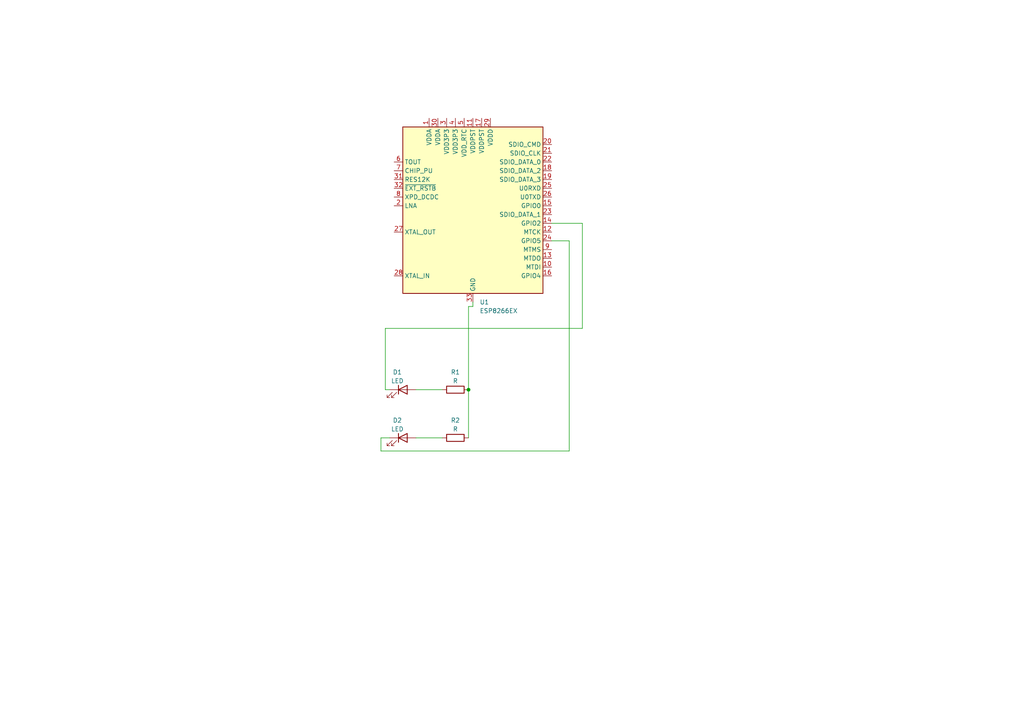
<source format=kicad_sch>
(kicad_sch (version 20230121) (generator eeschema)

  (uuid c521d4c0-1461-4fd1-97d6-fd7c191c9697)

  (paper "A4")

  (lib_symbols
    (symbol "Device:LED" (pin_numbers hide) (pin_names (offset 1.016) hide) (in_bom yes) (on_board yes)
      (property "Reference" "D" (at 0 2.54 0)
        (effects (font (size 1.27 1.27)))
      )
      (property "Value" "LED" (at 0 -2.54 0)
        (effects (font (size 1.27 1.27)))
      )
      (property "Footprint" "" (at 0 0 0)
        (effects (font (size 1.27 1.27)) hide)
      )
      (property "Datasheet" "~" (at 0 0 0)
        (effects (font (size 1.27 1.27)) hide)
      )
      (property "ki_keywords" "LED diode" (at 0 0 0)
        (effects (font (size 1.27 1.27)) hide)
      )
      (property "ki_description" "Light emitting diode" (at 0 0 0)
        (effects (font (size 1.27 1.27)) hide)
      )
      (property "ki_fp_filters" "LED* LED_SMD:* LED_THT:*" (at 0 0 0)
        (effects (font (size 1.27 1.27)) hide)
      )
      (symbol "LED_0_1"
        (polyline
          (pts
            (xy -1.27 -1.27)
            (xy -1.27 1.27)
          )
          (stroke (width 0.254) (type default))
          (fill (type none))
        )
        (polyline
          (pts
            (xy -1.27 0)
            (xy 1.27 0)
          )
          (stroke (width 0) (type default))
          (fill (type none))
        )
        (polyline
          (pts
            (xy 1.27 -1.27)
            (xy 1.27 1.27)
            (xy -1.27 0)
            (xy 1.27 -1.27)
          )
          (stroke (width 0.254) (type default))
          (fill (type none))
        )
        (polyline
          (pts
            (xy -3.048 -0.762)
            (xy -4.572 -2.286)
            (xy -3.81 -2.286)
            (xy -4.572 -2.286)
            (xy -4.572 -1.524)
          )
          (stroke (width 0) (type default))
          (fill (type none))
        )
        (polyline
          (pts
            (xy -1.778 -0.762)
            (xy -3.302 -2.286)
            (xy -2.54 -2.286)
            (xy -3.302 -2.286)
            (xy -3.302 -1.524)
          )
          (stroke (width 0) (type default))
          (fill (type none))
        )
      )
      (symbol "LED_1_1"
        (pin passive line (at -3.81 0 0) (length 2.54)
          (name "K" (effects (font (size 1.27 1.27))))
          (number "1" (effects (font (size 1.27 1.27))))
        )
        (pin passive line (at 3.81 0 180) (length 2.54)
          (name "A" (effects (font (size 1.27 1.27))))
          (number "2" (effects (font (size 1.27 1.27))))
        )
      )
    )
    (symbol "Device:R" (pin_numbers hide) (pin_names (offset 0)) (in_bom yes) (on_board yes)
      (property "Reference" "R" (at 2.032 0 90)
        (effects (font (size 1.27 1.27)))
      )
      (property "Value" "R" (at 0 0 90)
        (effects (font (size 1.27 1.27)))
      )
      (property "Footprint" "" (at -1.778 0 90)
        (effects (font (size 1.27 1.27)) hide)
      )
      (property "Datasheet" "~" (at 0 0 0)
        (effects (font (size 1.27 1.27)) hide)
      )
      (property "ki_keywords" "R res resistor" (at 0 0 0)
        (effects (font (size 1.27 1.27)) hide)
      )
      (property "ki_description" "Resistor" (at 0 0 0)
        (effects (font (size 1.27 1.27)) hide)
      )
      (property "ki_fp_filters" "R_*" (at 0 0 0)
        (effects (font (size 1.27 1.27)) hide)
      )
      (symbol "R_0_1"
        (rectangle (start -1.016 -2.54) (end 1.016 2.54)
          (stroke (width 0.254) (type default))
          (fill (type none))
        )
      )
      (symbol "R_1_1"
        (pin passive line (at 0 3.81 270) (length 1.27)
          (name "~" (effects (font (size 1.27 1.27))))
          (number "1" (effects (font (size 1.27 1.27))))
        )
        (pin passive line (at 0 -3.81 90) (length 1.27)
          (name "~" (effects (font (size 1.27 1.27))))
          (number "2" (effects (font (size 1.27 1.27))))
        )
      )
    )
    (symbol "MCU_Espressif:ESP8266EX" (in_bom yes) (on_board yes)
      (property "Reference" "U" (at 0 2.54 0)
        (effects (font (size 1.27 1.27)))
      )
      (property "Value" "ESP8266EX" (at 0 -2.54 0)
        (effects (font (size 1.27 1.27)))
      )
      (property "Footprint" "Package_DFN_QFN:QFN-32-1EP_5x5mm_P0.5mm_EP3.45x3.45mm" (at 0 -33.02 0)
        (effects (font (size 1.27 1.27)) hide)
      )
      (property "Datasheet" "http://espressif.com/sites/default/files/documentation/0a-esp8266ex_datasheet_en.pdf" (at 2.54 -33.02 0)
        (effects (font (size 1.27 1.27)) hide)
      )
      (property "ki_keywords" "wifi soc" (at 0 0 0)
        (effects (font (size 1.27 1.27)) hide)
      )
      (property "ki_description" "Highly integrated Wi-Fi SoC, QFN-32" (at 0 0 0)
        (effects (font (size 1.27 1.27)) hide)
      )
      (property "ki_fp_filters" "QFN*1EP*5x5mm*P0.5mm*" (at 0 0 0)
        (effects (font (size 1.27 1.27)) hide)
      )
      (symbol "ESP8266EX_0_1"
        (rectangle (start -20.32 22.86) (end 20.32 -25.4)
          (stroke (width 0.254) (type default))
          (fill (type background))
        )
      )
      (symbol "ESP8266EX_1_1"
        (pin power_in line (at -12.7 25.4 270) (length 2.54)
          (name "VDDA" (effects (font (size 1.27 1.27))))
          (number "1" (effects (font (size 1.27 1.27))))
        )
        (pin bidirectional line (at 22.86 -17.78 180) (length 2.54)
          (name "MTDI" (effects (font (size 1.27 1.27))))
          (number "10" (effects (font (size 1.27 1.27))))
        )
        (pin power_in line (at 0 25.4 270) (length 2.54)
          (name "VDDPST" (effects (font (size 1.27 1.27))))
          (number "11" (effects (font (size 1.27 1.27))))
        )
        (pin bidirectional line (at 22.86 -7.62 180) (length 2.54)
          (name "MTCK" (effects (font (size 1.27 1.27))))
          (number "12" (effects (font (size 1.27 1.27))))
        )
        (pin bidirectional line (at 22.86 -15.24 180) (length 2.54)
          (name "MTDO" (effects (font (size 1.27 1.27))))
          (number "13" (effects (font (size 1.27 1.27))))
        )
        (pin bidirectional line (at 22.86 -5.08 180) (length 2.54)
          (name "GPIO2" (effects (font (size 1.27 1.27))))
          (number "14" (effects (font (size 1.27 1.27))))
        )
        (pin bidirectional line (at 22.86 0 180) (length 2.54)
          (name "GPIO0" (effects (font (size 1.27 1.27))))
          (number "15" (effects (font (size 1.27 1.27))))
        )
        (pin bidirectional line (at 22.86 -20.32 180) (length 2.54)
          (name "GPIO4" (effects (font (size 1.27 1.27))))
          (number "16" (effects (font (size 1.27 1.27))))
        )
        (pin power_in line (at 2.54 25.4 270) (length 2.54)
          (name "VDDPST" (effects (font (size 1.27 1.27))))
          (number "17" (effects (font (size 1.27 1.27))))
        )
        (pin bidirectional line (at 22.86 10.16 180) (length 2.54)
          (name "SDIO_DATA_2" (effects (font (size 1.27 1.27))))
          (number "18" (effects (font (size 1.27 1.27))))
        )
        (pin bidirectional line (at 22.86 7.62 180) (length 2.54)
          (name "SDIO_DATA_3" (effects (font (size 1.27 1.27))))
          (number "19" (effects (font (size 1.27 1.27))))
        )
        (pin bidirectional line (at -22.86 0 0) (length 2.54)
          (name "LNA" (effects (font (size 1.27 1.27))))
          (number "2" (effects (font (size 1.27 1.27))))
        )
        (pin bidirectional line (at 22.86 17.78 180) (length 2.54)
          (name "SDIO_CMD" (effects (font (size 1.27 1.27))))
          (number "20" (effects (font (size 1.27 1.27))))
        )
        (pin bidirectional line (at 22.86 15.24 180) (length 2.54)
          (name "SDIO_CLK" (effects (font (size 1.27 1.27))))
          (number "21" (effects (font (size 1.27 1.27))))
        )
        (pin bidirectional line (at 22.86 12.7 180) (length 2.54)
          (name "SDIO_DATA_0" (effects (font (size 1.27 1.27))))
          (number "22" (effects (font (size 1.27 1.27))))
        )
        (pin bidirectional line (at 22.86 -2.54 180) (length 2.54)
          (name "SDIO_DATA_1" (effects (font (size 1.27 1.27))))
          (number "23" (effects (font (size 1.27 1.27))))
        )
        (pin bidirectional line (at 22.86 -10.16 180) (length 2.54)
          (name "GPIO5" (effects (font (size 1.27 1.27))))
          (number "24" (effects (font (size 1.27 1.27))))
        )
        (pin bidirectional line (at 22.86 5.08 180) (length 2.54)
          (name "U0RXD" (effects (font (size 1.27 1.27))))
          (number "25" (effects (font (size 1.27 1.27))))
        )
        (pin bidirectional line (at 22.86 2.54 180) (length 2.54)
          (name "U0TXD" (effects (font (size 1.27 1.27))))
          (number "26" (effects (font (size 1.27 1.27))))
        )
        (pin bidirectional line (at -22.86 -7.62 0) (length 2.54)
          (name "XTAL_OUT" (effects (font (size 1.27 1.27))))
          (number "27" (effects (font (size 1.27 1.27))))
        )
        (pin bidirectional line (at -22.86 -20.32 0) (length 2.54)
          (name "XTAL_IN" (effects (font (size 1.27 1.27))))
          (number "28" (effects (font (size 1.27 1.27))))
        )
        (pin power_in line (at 5.08 25.4 270) (length 2.54)
          (name "VDDD" (effects (font (size 1.27 1.27))))
          (number "29" (effects (font (size 1.27 1.27))))
        )
        (pin power_in line (at -7.62 25.4 270) (length 2.54)
          (name "VDD3P3" (effects (font (size 1.27 1.27))))
          (number "3" (effects (font (size 1.27 1.27))))
        )
        (pin power_in line (at -10.16 25.4 270) (length 2.54)
          (name "VDDA" (effects (font (size 1.27 1.27))))
          (number "30" (effects (font (size 1.27 1.27))))
        )
        (pin input line (at -22.86 7.62 0) (length 2.54)
          (name "RES12K" (effects (font (size 1.27 1.27))))
          (number "31" (effects (font (size 1.27 1.27))))
        )
        (pin input line (at -22.86 5.08 0) (length 2.54)
          (name "~{EXT_RSTB}" (effects (font (size 1.27 1.27))))
          (number "32" (effects (font (size 1.27 1.27))))
        )
        (pin power_in line (at 0 -27.94 90) (length 2.54)
          (name "GND" (effects (font (size 1.27 1.27))))
          (number "33" (effects (font (size 1.27 1.27))))
        )
        (pin power_in line (at -5.08 25.4 270) (length 2.54)
          (name "VDD3P3" (effects (font (size 1.27 1.27))))
          (number "4" (effects (font (size 1.27 1.27))))
        )
        (pin power_in line (at -2.54 25.4 270) (length 2.54)
          (name "VDD_RTC" (effects (font (size 1.27 1.27))))
          (number "5" (effects (font (size 1.27 1.27))))
        )
        (pin input line (at -22.86 12.7 0) (length 2.54)
          (name "TOUT" (effects (font (size 1.27 1.27))))
          (number "6" (effects (font (size 1.27 1.27))))
        )
        (pin input line (at -22.86 10.16 0) (length 2.54)
          (name "CHIP_PU" (effects (font (size 1.27 1.27))))
          (number "7" (effects (font (size 1.27 1.27))))
        )
        (pin bidirectional line (at -22.86 2.54 0) (length 2.54)
          (name "XPD_DCDC" (effects (font (size 1.27 1.27))))
          (number "8" (effects (font (size 1.27 1.27))))
        )
        (pin bidirectional line (at 22.86 -12.7 180) (length 2.54)
          (name "MTMS" (effects (font (size 1.27 1.27))))
          (number "9" (effects (font (size 1.27 1.27))))
        )
      )
    )
  )

  (junction (at 135.89 113.03) (diameter 0) (color 0 0 0 0)
    (uuid 02fd8c1b-0abe-4b0f-96d9-a1fa71baedb2)
  )

  (wire (pts (xy 120.65 113.03) (xy 128.27 113.03))
    (stroke (width 0) (type default))
    (uuid 105c5a9d-fa66-4b84-9b61-f8afdd4fd189)
  )
  (wire (pts (xy 120.65 127) (xy 128.27 127))
    (stroke (width 0) (type default))
    (uuid 10a2458b-5672-457a-afc7-8a564b47d2a0)
  )
  (wire (pts (xy 160.02 64.77) (xy 168.91 64.77))
    (stroke (width 0) (type default))
    (uuid 38656c67-3f5a-4a0f-bd44-938a9ab64947)
  )
  (wire (pts (xy 135.89 113.03) (xy 135.89 88.9))
    (stroke (width 0) (type default))
    (uuid 3f3c98f6-bee6-4234-90bf-b62310c7f031)
  )
  (wire (pts (xy 137.16 88.9) (xy 137.16 87.63))
    (stroke (width 0) (type default))
    (uuid 4d7109db-c679-4f3f-8311-a263b93ddbfb)
  )
  (wire (pts (xy 111.76 113.03) (xy 111.76 95.25))
    (stroke (width 0) (type default))
    (uuid 4d7b6885-b17d-456c-9d27-59083d72f8b4)
  )
  (wire (pts (xy 168.91 95.25) (xy 168.91 64.77))
    (stroke (width 0) (type default))
    (uuid 53f8815f-1bcb-40a7-9939-8db32404808a)
  )
  (wire (pts (xy 135.89 113.03) (xy 135.89 127))
    (stroke (width 0) (type default))
    (uuid 871d8ae8-82eb-41e0-8da4-4e99b76b73ac)
  )
  (wire (pts (xy 135.89 88.9) (xy 137.16 88.9))
    (stroke (width 0) (type default))
    (uuid 93d2e0e5-ce59-4daa-9c55-f6610dba6544)
  )
  (wire (pts (xy 111.76 95.25) (xy 168.91 95.25))
    (stroke (width 0) (type default))
    (uuid 9f500b69-c14e-4c66-8db4-e5749339a6ef)
  )
  (wire (pts (xy 165.1 130.81) (xy 165.1 69.85))
    (stroke (width 0) (type default))
    (uuid 9f850b9a-4515-4ef1-b4f0-bab1a5c5f372)
  )
  (wire (pts (xy 113.03 113.03) (xy 111.76 113.03))
    (stroke (width 0) (type default))
    (uuid a1137abc-6a1e-479b-8720-4c037793b719)
  )
  (wire (pts (xy 110.49 130.81) (xy 165.1 130.81))
    (stroke (width 0) (type default))
    (uuid c2d2f9bf-66dc-4bfa-9525-1210ce6dd8fb)
  )
  (wire (pts (xy 113.03 127) (xy 110.49 127))
    (stroke (width 0) (type default))
    (uuid d2fd266d-54a5-41c7-ba60-181d3149ff76)
  )
  (wire (pts (xy 165.1 69.85) (xy 160.02 69.85))
    (stroke (width 0) (type default))
    (uuid d62f5ada-8294-4084-9d2b-7c3cb292c3c4)
  )
  (wire (pts (xy 110.49 127) (xy 110.49 130.81))
    (stroke (width 0) (type default))
    (uuid d9b222a2-df81-4a9a-b917-045cdb1f6c40)
  )

  (symbol (lib_id "Device:LED") (at 116.84 127 0) (unit 1)
    (in_bom yes) (on_board yes) (dnp no) (fields_autoplaced)
    (uuid 1b90b3e5-03d6-420e-9855-3ef327b73911)
    (property "Reference" "D2" (at 115.2525 121.92 0)
      (effects (font (size 1.27 1.27)))
    )
    (property "Value" "LED" (at 115.2525 124.46 0)
      (effects (font (size 1.27 1.27)))
    )
    (property "Footprint" "" (at 116.84 127 0)
      (effects (font (size 1.27 1.27)) hide)
    )
    (property "Datasheet" "~" (at 116.84 127 0)
      (effects (font (size 1.27 1.27)) hide)
    )
    (pin "1" (uuid 612cb85f-7e4e-4929-8c32-8bf6c1dc6011))
    (pin "2" (uuid ba50ec26-9f63-46b2-b83d-9ee21167822d))
    (instances
      (project "NodeMCU-Circuit"
        (path "/c521d4c0-1461-4fd1-97d6-fd7c191c9697"
          (reference "D2") (unit 1)
        )
      )
    )
  )

  (symbol (lib_id "Device:R") (at 132.08 113.03 90) (unit 1)
    (in_bom yes) (on_board yes) (dnp no) (fields_autoplaced)
    (uuid 5c87d5a6-e4b6-4685-ada3-8b4840341b91)
    (property "Reference" "R1" (at 132.08 107.95 90)
      (effects (font (size 1.27 1.27)))
    )
    (property "Value" "R" (at 132.08 110.49 90)
      (effects (font (size 1.27 1.27)))
    )
    (property "Footprint" "" (at 132.08 114.808 90)
      (effects (font (size 1.27 1.27)) hide)
    )
    (property "Datasheet" "~" (at 132.08 113.03 0)
      (effects (font (size 1.27 1.27)) hide)
    )
    (pin "1" (uuid e5b1032d-85f0-4bcd-81d0-19124e20a4ad))
    (pin "2" (uuid a64b4c58-ff8b-417f-bd86-e7e718cdd6eb))
    (instances
      (project "NodeMCU-Circuit"
        (path "/c521d4c0-1461-4fd1-97d6-fd7c191c9697"
          (reference "R1") (unit 1)
        )
      )
    )
  )

  (symbol (lib_id "Device:LED") (at 116.84 113.03 0) (unit 1)
    (in_bom yes) (on_board yes) (dnp no) (fields_autoplaced)
    (uuid aecac1ff-af0e-44e8-9ed4-a36d82a7094d)
    (property "Reference" "D1" (at 115.2525 107.95 0)
      (effects (font (size 1.27 1.27)))
    )
    (property "Value" "LED" (at 115.2525 110.49 0)
      (effects (font (size 1.27 1.27)))
    )
    (property "Footprint" "" (at 116.84 113.03 0)
      (effects (font (size 1.27 1.27)) hide)
    )
    (property "Datasheet" "~" (at 116.84 113.03 0)
      (effects (font (size 1.27 1.27)) hide)
    )
    (pin "1" (uuid f9727511-958d-4566-80b0-bd3bd1d518a8))
    (pin "2" (uuid f87cf0aa-fa5f-40f9-8a7a-af8836347330))
    (instances
      (project "NodeMCU-Circuit"
        (path "/c521d4c0-1461-4fd1-97d6-fd7c191c9697"
          (reference "D1") (unit 1)
        )
      )
    )
  )

  (symbol (lib_id "Device:R") (at 132.08 127 90) (unit 1)
    (in_bom yes) (on_board yes) (dnp no) (fields_autoplaced)
    (uuid d5e4e43a-c115-458e-a181-0cac79e1f757)
    (property "Reference" "R2" (at 132.08 121.92 90)
      (effects (font (size 1.27 1.27)))
    )
    (property "Value" "R" (at 132.08 124.46 90)
      (effects (font (size 1.27 1.27)))
    )
    (property "Footprint" "" (at 132.08 128.778 90)
      (effects (font (size 1.27 1.27)) hide)
    )
    (property "Datasheet" "~" (at 132.08 127 0)
      (effects (font (size 1.27 1.27)) hide)
    )
    (pin "1" (uuid e7354934-d9bc-4a47-bc87-eab4fcf693a6))
    (pin "2" (uuid 18d388ec-72ef-44f1-be64-48eee56fa055))
    (instances
      (project "NodeMCU-Circuit"
        (path "/c521d4c0-1461-4fd1-97d6-fd7c191c9697"
          (reference "R2") (unit 1)
        )
      )
    )
  )

  (symbol (lib_id "MCU_Espressif:ESP8266EX") (at 137.16 59.69 0) (unit 1)
    (in_bom yes) (on_board yes) (dnp no) (fields_autoplaced)
    (uuid e91b8a53-d42b-437a-b929-5c837669b848)
    (property "Reference" "U1" (at 139.1159 87.63 0)
      (effects (font (size 1.27 1.27)) (justify left))
    )
    (property "Value" "ESP8266EX" (at 139.1159 90.17 0)
      (effects (font (size 1.27 1.27)) (justify left))
    )
    (property "Footprint" "Package_DFN_QFN:QFN-32-1EP_5x5mm_P0.5mm_EP3.45x3.45mm" (at 137.16 92.71 0)
      (effects (font (size 1.27 1.27)) hide)
    )
    (property "Datasheet" "http://espressif.com/sites/default/files/documentation/0a-esp8266ex_datasheet_en.pdf" (at 139.7 92.71 0)
      (effects (font (size 1.27 1.27)) hide)
    )
    (pin "1" (uuid e37056d2-4e2d-4e4c-96d4-9f9220ed7a0f))
    (pin "10" (uuid 41211691-d385-473e-891b-fce83a957535))
    (pin "11" (uuid 7f409f56-9fc6-4993-8089-90b548baa1b5))
    (pin "12" (uuid 41732234-4bd1-490c-a551-f764cd100e6e))
    (pin "13" (uuid e0024a3a-e0ff-4842-88de-a5786665e95c))
    (pin "14" (uuid 0d733c17-52e1-4cc1-b34f-08dcd039c6f7))
    (pin "15" (uuid 89deaf2d-ce1a-4f84-87ab-15bf0a9f8678))
    (pin "16" (uuid 2072dce8-947c-435e-9aea-f60dd776b8e6))
    (pin "17" (uuid f8bd69a5-1077-4012-84d5-7da3c691eaa7))
    (pin "18" (uuid f587618e-fb4f-407b-bb28-c6878e79b403))
    (pin "19" (uuid a27ad55c-e3c8-452f-8073-cd560ec63850))
    (pin "2" (uuid 1bc6470a-56fa-41cc-85d6-7e8c73713451))
    (pin "20" (uuid 63880e13-92a4-4114-96cd-c4d3c7217a39))
    (pin "21" (uuid 72a72a2e-20d5-4950-b635-8a0fd7f241a0))
    (pin "22" (uuid 53b923c8-8eee-463b-937a-74ab55ca959d))
    (pin "23" (uuid 1095f6bb-523f-44ab-9da0-25ba59103fba))
    (pin "24" (uuid ddcdb49a-da7b-40d2-8fe0-f0424bacfc04))
    (pin "25" (uuid 9c88e259-90c2-448e-a3b7-4d0b55b8f275))
    (pin "26" (uuid 96209c92-a974-42ab-9aa3-bbc42202ca49))
    (pin "27" (uuid 6fd59b4f-6894-44ee-b961-95c29d5adb1c))
    (pin "28" (uuid 448c9480-06aa-4b4d-97c0-e681373770e7))
    (pin "29" (uuid f8070c32-a5bf-4467-b079-e806b035af46))
    (pin "3" (uuid 29e44d64-d61b-4c54-9314-02fac550ad9b))
    (pin "30" (uuid ef0bb642-92f4-409f-9546-35034a0917e1))
    (pin "31" (uuid a47a4e29-43b6-4426-a62f-7202fdaf0419))
    (pin "32" (uuid 004e078c-42be-4eed-9b1f-14399467117b))
    (pin "33" (uuid a6e5d94d-0752-4aa1-a8c7-8337ed555d20))
    (pin "4" (uuid 1dd0e783-43cb-44aa-9c38-90178fe6e1d3))
    (pin "5" (uuid 93c2cc23-1409-4d7d-8981-30b0bc7d9a6f))
    (pin "6" (uuid 2d0c757e-472c-4733-8a68-1b6cc984994e))
    (pin "7" (uuid 3271a8d6-8f76-4fb2-8ce8-6eb7b75fc6b3))
    (pin "8" (uuid fccf4667-3d87-4ee6-9544-717ee459dd2b))
    (pin "9" (uuid 66c53b2b-4883-4f15-9553-c609db26bdaf))
    (instances
      (project "NodeMCU-Circuit"
        (path "/c521d4c0-1461-4fd1-97d6-fd7c191c9697"
          (reference "U1") (unit 1)
        )
      )
    )
  )

  (sheet_instances
    (path "/" (page "1"))
  )
)

</source>
